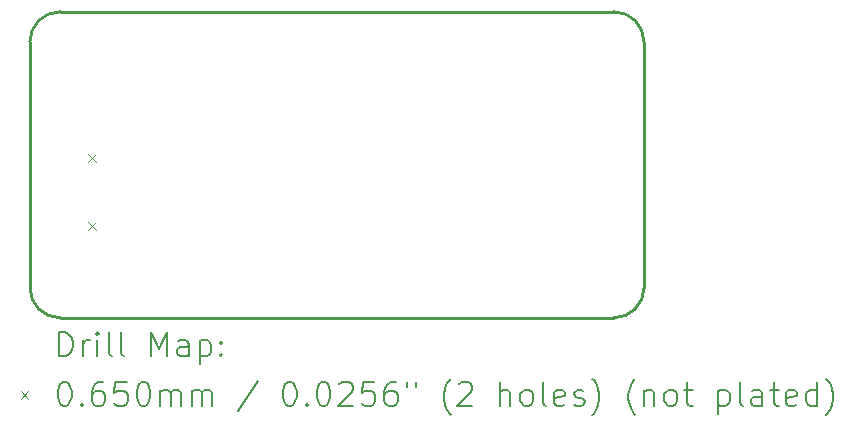
<source format=gbr>
%TF.GenerationSoftware,KiCad,Pcbnew,7.0.6-71-g49772d2539*%
%TF.CreationDate,2023-08-07T20:47:23-04:00*%
%TF.ProjectId,Free_PDK,46726565-5f50-4444-9b2e-6b696361645f,rev?*%
%TF.SameCoordinates,Original*%
%TF.FileFunction,Drillmap*%
%TF.FilePolarity,Positive*%
%FSLAX45Y45*%
G04 Gerber Fmt 4.5, Leading zero omitted, Abs format (unit mm)*
G04 Created by KiCad (PCBNEW 7.0.6-71-g49772d2539) date 2023-08-07 20:47:23*
%MOMM*%
%LPD*%
G01*
G04 APERTURE LIST*
%ADD10C,0.254000*%
%ADD11C,0.200000*%
%ADD12C,0.065000*%
G04 APERTURE END LIST*
D10*
X12476480Y-8432800D02*
X12476480Y-10515600D01*
X7531100Y-8178800D02*
X12222480Y-8178800D01*
X12222480Y-10769600D02*
X7531100Y-10769600D01*
X7277100Y-10515600D02*
G75*
G03*
X7531100Y-10769600I254000J0D01*
G01*
X7277100Y-10515600D02*
X7277100Y-8432800D01*
X12222480Y-10769600D02*
G75*
G03*
X12476480Y-10515600I0J254000D01*
G01*
X7531100Y-8178800D02*
G75*
G03*
X7277100Y-8432800I0J-254000D01*
G01*
X12476480Y-8432800D02*
G75*
G03*
X12222480Y-8178800I-254000J0D01*
G01*
D11*
D12*
X7772160Y-9381500D02*
X7837160Y-9446500D01*
X7837160Y-9381500D02*
X7772160Y-9446500D01*
X7772160Y-9959500D02*
X7837160Y-10024500D01*
X7837160Y-9959500D02*
X7772160Y-10024500D01*
D11*
X7525177Y-11093784D02*
X7525177Y-10893784D01*
X7525177Y-10893784D02*
X7572796Y-10893784D01*
X7572796Y-10893784D02*
X7601367Y-10903308D01*
X7601367Y-10903308D02*
X7620415Y-10922355D01*
X7620415Y-10922355D02*
X7629939Y-10941403D01*
X7629939Y-10941403D02*
X7639462Y-10979498D01*
X7639462Y-10979498D02*
X7639462Y-11008070D01*
X7639462Y-11008070D02*
X7629939Y-11046165D01*
X7629939Y-11046165D02*
X7620415Y-11065212D01*
X7620415Y-11065212D02*
X7601367Y-11084260D01*
X7601367Y-11084260D02*
X7572796Y-11093784D01*
X7572796Y-11093784D02*
X7525177Y-11093784D01*
X7725177Y-11093784D02*
X7725177Y-10960450D01*
X7725177Y-10998546D02*
X7734701Y-10979498D01*
X7734701Y-10979498D02*
X7744224Y-10969974D01*
X7744224Y-10969974D02*
X7763272Y-10960450D01*
X7763272Y-10960450D02*
X7782320Y-10960450D01*
X7848986Y-11093784D02*
X7848986Y-10960450D01*
X7848986Y-10893784D02*
X7839462Y-10903308D01*
X7839462Y-10903308D02*
X7848986Y-10912831D01*
X7848986Y-10912831D02*
X7858510Y-10903308D01*
X7858510Y-10903308D02*
X7848986Y-10893784D01*
X7848986Y-10893784D02*
X7848986Y-10912831D01*
X7972796Y-11093784D02*
X7953748Y-11084260D01*
X7953748Y-11084260D02*
X7944224Y-11065212D01*
X7944224Y-11065212D02*
X7944224Y-10893784D01*
X8077558Y-11093784D02*
X8058510Y-11084260D01*
X8058510Y-11084260D02*
X8048986Y-11065212D01*
X8048986Y-11065212D02*
X8048986Y-10893784D01*
X8306129Y-11093784D02*
X8306129Y-10893784D01*
X8306129Y-10893784D02*
X8372796Y-11036641D01*
X8372796Y-11036641D02*
X8439463Y-10893784D01*
X8439463Y-10893784D02*
X8439463Y-11093784D01*
X8620415Y-11093784D02*
X8620415Y-10989022D01*
X8620415Y-10989022D02*
X8610891Y-10969974D01*
X8610891Y-10969974D02*
X8591844Y-10960450D01*
X8591844Y-10960450D02*
X8553748Y-10960450D01*
X8553748Y-10960450D02*
X8534701Y-10969974D01*
X8620415Y-11084260D02*
X8601367Y-11093784D01*
X8601367Y-11093784D02*
X8553748Y-11093784D01*
X8553748Y-11093784D02*
X8534701Y-11084260D01*
X8534701Y-11084260D02*
X8525177Y-11065212D01*
X8525177Y-11065212D02*
X8525177Y-11046165D01*
X8525177Y-11046165D02*
X8534701Y-11027117D01*
X8534701Y-11027117D02*
X8553748Y-11017593D01*
X8553748Y-11017593D02*
X8601367Y-11017593D01*
X8601367Y-11017593D02*
X8620415Y-11008070D01*
X8715653Y-10960450D02*
X8715653Y-11160450D01*
X8715653Y-10969974D02*
X8734701Y-10960450D01*
X8734701Y-10960450D02*
X8772796Y-10960450D01*
X8772796Y-10960450D02*
X8791844Y-10969974D01*
X8791844Y-10969974D02*
X8801367Y-10979498D01*
X8801367Y-10979498D02*
X8810891Y-10998546D01*
X8810891Y-10998546D02*
X8810891Y-11055689D01*
X8810891Y-11055689D02*
X8801367Y-11074736D01*
X8801367Y-11074736D02*
X8791844Y-11084260D01*
X8791844Y-11084260D02*
X8772796Y-11093784D01*
X8772796Y-11093784D02*
X8734701Y-11093784D01*
X8734701Y-11093784D02*
X8715653Y-11084260D01*
X8896605Y-11074736D02*
X8906129Y-11084260D01*
X8906129Y-11084260D02*
X8896605Y-11093784D01*
X8896605Y-11093784D02*
X8887082Y-11084260D01*
X8887082Y-11084260D02*
X8896605Y-11074736D01*
X8896605Y-11074736D02*
X8896605Y-11093784D01*
X8896605Y-10969974D02*
X8906129Y-10979498D01*
X8906129Y-10979498D02*
X8896605Y-10989022D01*
X8896605Y-10989022D02*
X8887082Y-10979498D01*
X8887082Y-10979498D02*
X8896605Y-10969974D01*
X8896605Y-10969974D02*
X8896605Y-10989022D01*
D12*
X7199400Y-11389800D02*
X7264400Y-11454800D01*
X7264400Y-11389800D02*
X7199400Y-11454800D01*
D11*
X7563272Y-11313784D02*
X7582320Y-11313784D01*
X7582320Y-11313784D02*
X7601367Y-11323308D01*
X7601367Y-11323308D02*
X7610891Y-11332831D01*
X7610891Y-11332831D02*
X7620415Y-11351879D01*
X7620415Y-11351879D02*
X7629939Y-11389974D01*
X7629939Y-11389974D02*
X7629939Y-11437593D01*
X7629939Y-11437593D02*
X7620415Y-11475688D01*
X7620415Y-11475688D02*
X7610891Y-11494736D01*
X7610891Y-11494736D02*
X7601367Y-11504260D01*
X7601367Y-11504260D02*
X7582320Y-11513784D01*
X7582320Y-11513784D02*
X7563272Y-11513784D01*
X7563272Y-11513784D02*
X7544224Y-11504260D01*
X7544224Y-11504260D02*
X7534701Y-11494736D01*
X7534701Y-11494736D02*
X7525177Y-11475688D01*
X7525177Y-11475688D02*
X7515653Y-11437593D01*
X7515653Y-11437593D02*
X7515653Y-11389974D01*
X7515653Y-11389974D02*
X7525177Y-11351879D01*
X7525177Y-11351879D02*
X7534701Y-11332831D01*
X7534701Y-11332831D02*
X7544224Y-11323308D01*
X7544224Y-11323308D02*
X7563272Y-11313784D01*
X7715653Y-11494736D02*
X7725177Y-11504260D01*
X7725177Y-11504260D02*
X7715653Y-11513784D01*
X7715653Y-11513784D02*
X7706129Y-11504260D01*
X7706129Y-11504260D02*
X7715653Y-11494736D01*
X7715653Y-11494736D02*
X7715653Y-11513784D01*
X7896605Y-11313784D02*
X7858510Y-11313784D01*
X7858510Y-11313784D02*
X7839462Y-11323308D01*
X7839462Y-11323308D02*
X7829939Y-11332831D01*
X7829939Y-11332831D02*
X7810891Y-11361403D01*
X7810891Y-11361403D02*
X7801367Y-11399498D01*
X7801367Y-11399498D02*
X7801367Y-11475688D01*
X7801367Y-11475688D02*
X7810891Y-11494736D01*
X7810891Y-11494736D02*
X7820415Y-11504260D01*
X7820415Y-11504260D02*
X7839462Y-11513784D01*
X7839462Y-11513784D02*
X7877558Y-11513784D01*
X7877558Y-11513784D02*
X7896605Y-11504260D01*
X7896605Y-11504260D02*
X7906129Y-11494736D01*
X7906129Y-11494736D02*
X7915653Y-11475688D01*
X7915653Y-11475688D02*
X7915653Y-11428069D01*
X7915653Y-11428069D02*
X7906129Y-11409022D01*
X7906129Y-11409022D02*
X7896605Y-11399498D01*
X7896605Y-11399498D02*
X7877558Y-11389974D01*
X7877558Y-11389974D02*
X7839462Y-11389974D01*
X7839462Y-11389974D02*
X7820415Y-11399498D01*
X7820415Y-11399498D02*
X7810891Y-11409022D01*
X7810891Y-11409022D02*
X7801367Y-11428069D01*
X8096605Y-11313784D02*
X8001367Y-11313784D01*
X8001367Y-11313784D02*
X7991843Y-11409022D01*
X7991843Y-11409022D02*
X8001367Y-11399498D01*
X8001367Y-11399498D02*
X8020415Y-11389974D01*
X8020415Y-11389974D02*
X8068034Y-11389974D01*
X8068034Y-11389974D02*
X8087082Y-11399498D01*
X8087082Y-11399498D02*
X8096605Y-11409022D01*
X8096605Y-11409022D02*
X8106129Y-11428069D01*
X8106129Y-11428069D02*
X8106129Y-11475688D01*
X8106129Y-11475688D02*
X8096605Y-11494736D01*
X8096605Y-11494736D02*
X8087082Y-11504260D01*
X8087082Y-11504260D02*
X8068034Y-11513784D01*
X8068034Y-11513784D02*
X8020415Y-11513784D01*
X8020415Y-11513784D02*
X8001367Y-11504260D01*
X8001367Y-11504260D02*
X7991843Y-11494736D01*
X8229939Y-11313784D02*
X8248986Y-11313784D01*
X8248986Y-11313784D02*
X8268034Y-11323308D01*
X8268034Y-11323308D02*
X8277558Y-11332831D01*
X8277558Y-11332831D02*
X8287082Y-11351879D01*
X8287082Y-11351879D02*
X8296605Y-11389974D01*
X8296605Y-11389974D02*
X8296605Y-11437593D01*
X8296605Y-11437593D02*
X8287082Y-11475688D01*
X8287082Y-11475688D02*
X8277558Y-11494736D01*
X8277558Y-11494736D02*
X8268034Y-11504260D01*
X8268034Y-11504260D02*
X8248986Y-11513784D01*
X8248986Y-11513784D02*
X8229939Y-11513784D01*
X8229939Y-11513784D02*
X8210891Y-11504260D01*
X8210891Y-11504260D02*
X8201367Y-11494736D01*
X8201367Y-11494736D02*
X8191843Y-11475688D01*
X8191843Y-11475688D02*
X8182320Y-11437593D01*
X8182320Y-11437593D02*
X8182320Y-11389974D01*
X8182320Y-11389974D02*
X8191843Y-11351879D01*
X8191843Y-11351879D02*
X8201367Y-11332831D01*
X8201367Y-11332831D02*
X8210891Y-11323308D01*
X8210891Y-11323308D02*
X8229939Y-11313784D01*
X8382320Y-11513784D02*
X8382320Y-11380450D01*
X8382320Y-11399498D02*
X8391844Y-11389974D01*
X8391844Y-11389974D02*
X8410891Y-11380450D01*
X8410891Y-11380450D02*
X8439463Y-11380450D01*
X8439463Y-11380450D02*
X8458510Y-11389974D01*
X8458510Y-11389974D02*
X8468034Y-11409022D01*
X8468034Y-11409022D02*
X8468034Y-11513784D01*
X8468034Y-11409022D02*
X8477558Y-11389974D01*
X8477558Y-11389974D02*
X8496605Y-11380450D01*
X8496605Y-11380450D02*
X8525177Y-11380450D01*
X8525177Y-11380450D02*
X8544225Y-11389974D01*
X8544225Y-11389974D02*
X8553748Y-11409022D01*
X8553748Y-11409022D02*
X8553748Y-11513784D01*
X8648986Y-11513784D02*
X8648986Y-11380450D01*
X8648986Y-11399498D02*
X8658510Y-11389974D01*
X8658510Y-11389974D02*
X8677558Y-11380450D01*
X8677558Y-11380450D02*
X8706129Y-11380450D01*
X8706129Y-11380450D02*
X8725177Y-11389974D01*
X8725177Y-11389974D02*
X8734701Y-11409022D01*
X8734701Y-11409022D02*
X8734701Y-11513784D01*
X8734701Y-11409022D02*
X8744225Y-11389974D01*
X8744225Y-11389974D02*
X8763272Y-11380450D01*
X8763272Y-11380450D02*
X8791844Y-11380450D01*
X8791844Y-11380450D02*
X8810891Y-11389974D01*
X8810891Y-11389974D02*
X8820415Y-11409022D01*
X8820415Y-11409022D02*
X8820415Y-11513784D01*
X9210891Y-11304260D02*
X9039463Y-11561403D01*
X9468034Y-11313784D02*
X9487082Y-11313784D01*
X9487082Y-11313784D02*
X9506129Y-11323308D01*
X9506129Y-11323308D02*
X9515653Y-11332831D01*
X9515653Y-11332831D02*
X9525177Y-11351879D01*
X9525177Y-11351879D02*
X9534701Y-11389974D01*
X9534701Y-11389974D02*
X9534701Y-11437593D01*
X9534701Y-11437593D02*
X9525177Y-11475688D01*
X9525177Y-11475688D02*
X9515653Y-11494736D01*
X9515653Y-11494736D02*
X9506129Y-11504260D01*
X9506129Y-11504260D02*
X9487082Y-11513784D01*
X9487082Y-11513784D02*
X9468034Y-11513784D01*
X9468034Y-11513784D02*
X9448987Y-11504260D01*
X9448987Y-11504260D02*
X9439463Y-11494736D01*
X9439463Y-11494736D02*
X9429939Y-11475688D01*
X9429939Y-11475688D02*
X9420415Y-11437593D01*
X9420415Y-11437593D02*
X9420415Y-11389974D01*
X9420415Y-11389974D02*
X9429939Y-11351879D01*
X9429939Y-11351879D02*
X9439463Y-11332831D01*
X9439463Y-11332831D02*
X9448987Y-11323308D01*
X9448987Y-11323308D02*
X9468034Y-11313784D01*
X9620415Y-11494736D02*
X9629939Y-11504260D01*
X9629939Y-11504260D02*
X9620415Y-11513784D01*
X9620415Y-11513784D02*
X9610891Y-11504260D01*
X9610891Y-11504260D02*
X9620415Y-11494736D01*
X9620415Y-11494736D02*
X9620415Y-11513784D01*
X9753748Y-11313784D02*
X9772796Y-11313784D01*
X9772796Y-11313784D02*
X9791844Y-11323308D01*
X9791844Y-11323308D02*
X9801368Y-11332831D01*
X9801368Y-11332831D02*
X9810891Y-11351879D01*
X9810891Y-11351879D02*
X9820415Y-11389974D01*
X9820415Y-11389974D02*
X9820415Y-11437593D01*
X9820415Y-11437593D02*
X9810891Y-11475688D01*
X9810891Y-11475688D02*
X9801368Y-11494736D01*
X9801368Y-11494736D02*
X9791844Y-11504260D01*
X9791844Y-11504260D02*
X9772796Y-11513784D01*
X9772796Y-11513784D02*
X9753748Y-11513784D01*
X9753748Y-11513784D02*
X9734701Y-11504260D01*
X9734701Y-11504260D02*
X9725177Y-11494736D01*
X9725177Y-11494736D02*
X9715653Y-11475688D01*
X9715653Y-11475688D02*
X9706129Y-11437593D01*
X9706129Y-11437593D02*
X9706129Y-11389974D01*
X9706129Y-11389974D02*
X9715653Y-11351879D01*
X9715653Y-11351879D02*
X9725177Y-11332831D01*
X9725177Y-11332831D02*
X9734701Y-11323308D01*
X9734701Y-11323308D02*
X9753748Y-11313784D01*
X9896606Y-11332831D02*
X9906129Y-11323308D01*
X9906129Y-11323308D02*
X9925177Y-11313784D01*
X9925177Y-11313784D02*
X9972796Y-11313784D01*
X9972796Y-11313784D02*
X9991844Y-11323308D01*
X9991844Y-11323308D02*
X10001368Y-11332831D01*
X10001368Y-11332831D02*
X10010891Y-11351879D01*
X10010891Y-11351879D02*
X10010891Y-11370927D01*
X10010891Y-11370927D02*
X10001368Y-11399498D01*
X10001368Y-11399498D02*
X9887082Y-11513784D01*
X9887082Y-11513784D02*
X10010891Y-11513784D01*
X10191844Y-11313784D02*
X10096606Y-11313784D01*
X10096606Y-11313784D02*
X10087082Y-11409022D01*
X10087082Y-11409022D02*
X10096606Y-11399498D01*
X10096606Y-11399498D02*
X10115653Y-11389974D01*
X10115653Y-11389974D02*
X10163272Y-11389974D01*
X10163272Y-11389974D02*
X10182320Y-11399498D01*
X10182320Y-11399498D02*
X10191844Y-11409022D01*
X10191844Y-11409022D02*
X10201368Y-11428069D01*
X10201368Y-11428069D02*
X10201368Y-11475688D01*
X10201368Y-11475688D02*
X10191844Y-11494736D01*
X10191844Y-11494736D02*
X10182320Y-11504260D01*
X10182320Y-11504260D02*
X10163272Y-11513784D01*
X10163272Y-11513784D02*
X10115653Y-11513784D01*
X10115653Y-11513784D02*
X10096606Y-11504260D01*
X10096606Y-11504260D02*
X10087082Y-11494736D01*
X10372796Y-11313784D02*
X10334701Y-11313784D01*
X10334701Y-11313784D02*
X10315653Y-11323308D01*
X10315653Y-11323308D02*
X10306129Y-11332831D01*
X10306129Y-11332831D02*
X10287082Y-11361403D01*
X10287082Y-11361403D02*
X10277558Y-11399498D01*
X10277558Y-11399498D02*
X10277558Y-11475688D01*
X10277558Y-11475688D02*
X10287082Y-11494736D01*
X10287082Y-11494736D02*
X10296606Y-11504260D01*
X10296606Y-11504260D02*
X10315653Y-11513784D01*
X10315653Y-11513784D02*
X10353749Y-11513784D01*
X10353749Y-11513784D02*
X10372796Y-11504260D01*
X10372796Y-11504260D02*
X10382320Y-11494736D01*
X10382320Y-11494736D02*
X10391844Y-11475688D01*
X10391844Y-11475688D02*
X10391844Y-11428069D01*
X10391844Y-11428069D02*
X10382320Y-11409022D01*
X10382320Y-11409022D02*
X10372796Y-11399498D01*
X10372796Y-11399498D02*
X10353749Y-11389974D01*
X10353749Y-11389974D02*
X10315653Y-11389974D01*
X10315653Y-11389974D02*
X10296606Y-11399498D01*
X10296606Y-11399498D02*
X10287082Y-11409022D01*
X10287082Y-11409022D02*
X10277558Y-11428069D01*
X10468034Y-11313784D02*
X10468034Y-11351879D01*
X10544225Y-11313784D02*
X10544225Y-11351879D01*
X10839463Y-11589974D02*
X10829939Y-11580450D01*
X10829939Y-11580450D02*
X10810891Y-11551879D01*
X10810891Y-11551879D02*
X10801368Y-11532831D01*
X10801368Y-11532831D02*
X10791844Y-11504260D01*
X10791844Y-11504260D02*
X10782320Y-11456641D01*
X10782320Y-11456641D02*
X10782320Y-11418546D01*
X10782320Y-11418546D02*
X10791844Y-11370927D01*
X10791844Y-11370927D02*
X10801368Y-11342355D01*
X10801368Y-11342355D02*
X10810891Y-11323308D01*
X10810891Y-11323308D02*
X10829939Y-11294736D01*
X10829939Y-11294736D02*
X10839463Y-11285212D01*
X10906130Y-11332831D02*
X10915653Y-11323308D01*
X10915653Y-11323308D02*
X10934701Y-11313784D01*
X10934701Y-11313784D02*
X10982320Y-11313784D01*
X10982320Y-11313784D02*
X11001368Y-11323308D01*
X11001368Y-11323308D02*
X11010891Y-11332831D01*
X11010891Y-11332831D02*
X11020415Y-11351879D01*
X11020415Y-11351879D02*
X11020415Y-11370927D01*
X11020415Y-11370927D02*
X11010891Y-11399498D01*
X11010891Y-11399498D02*
X10896606Y-11513784D01*
X10896606Y-11513784D02*
X11020415Y-11513784D01*
X11258510Y-11513784D02*
X11258510Y-11313784D01*
X11344225Y-11513784D02*
X11344225Y-11409022D01*
X11344225Y-11409022D02*
X11334701Y-11389974D01*
X11334701Y-11389974D02*
X11315653Y-11380450D01*
X11315653Y-11380450D02*
X11287082Y-11380450D01*
X11287082Y-11380450D02*
X11268034Y-11389974D01*
X11268034Y-11389974D02*
X11258510Y-11399498D01*
X11468034Y-11513784D02*
X11448987Y-11504260D01*
X11448987Y-11504260D02*
X11439463Y-11494736D01*
X11439463Y-11494736D02*
X11429939Y-11475688D01*
X11429939Y-11475688D02*
X11429939Y-11418546D01*
X11429939Y-11418546D02*
X11439463Y-11399498D01*
X11439463Y-11399498D02*
X11448987Y-11389974D01*
X11448987Y-11389974D02*
X11468034Y-11380450D01*
X11468034Y-11380450D02*
X11496606Y-11380450D01*
X11496606Y-11380450D02*
X11515653Y-11389974D01*
X11515653Y-11389974D02*
X11525177Y-11399498D01*
X11525177Y-11399498D02*
X11534701Y-11418546D01*
X11534701Y-11418546D02*
X11534701Y-11475688D01*
X11534701Y-11475688D02*
X11525177Y-11494736D01*
X11525177Y-11494736D02*
X11515653Y-11504260D01*
X11515653Y-11504260D02*
X11496606Y-11513784D01*
X11496606Y-11513784D02*
X11468034Y-11513784D01*
X11648987Y-11513784D02*
X11629939Y-11504260D01*
X11629939Y-11504260D02*
X11620415Y-11485212D01*
X11620415Y-11485212D02*
X11620415Y-11313784D01*
X11801368Y-11504260D02*
X11782320Y-11513784D01*
X11782320Y-11513784D02*
X11744225Y-11513784D01*
X11744225Y-11513784D02*
X11725177Y-11504260D01*
X11725177Y-11504260D02*
X11715653Y-11485212D01*
X11715653Y-11485212D02*
X11715653Y-11409022D01*
X11715653Y-11409022D02*
X11725177Y-11389974D01*
X11725177Y-11389974D02*
X11744225Y-11380450D01*
X11744225Y-11380450D02*
X11782320Y-11380450D01*
X11782320Y-11380450D02*
X11801368Y-11389974D01*
X11801368Y-11389974D02*
X11810891Y-11409022D01*
X11810891Y-11409022D02*
X11810891Y-11428069D01*
X11810891Y-11428069D02*
X11715653Y-11447117D01*
X11887082Y-11504260D02*
X11906130Y-11513784D01*
X11906130Y-11513784D02*
X11944225Y-11513784D01*
X11944225Y-11513784D02*
X11963272Y-11504260D01*
X11963272Y-11504260D02*
X11972796Y-11485212D01*
X11972796Y-11485212D02*
X11972796Y-11475688D01*
X11972796Y-11475688D02*
X11963272Y-11456641D01*
X11963272Y-11456641D02*
X11944225Y-11447117D01*
X11944225Y-11447117D02*
X11915653Y-11447117D01*
X11915653Y-11447117D02*
X11896606Y-11437593D01*
X11896606Y-11437593D02*
X11887082Y-11418546D01*
X11887082Y-11418546D02*
X11887082Y-11409022D01*
X11887082Y-11409022D02*
X11896606Y-11389974D01*
X11896606Y-11389974D02*
X11915653Y-11380450D01*
X11915653Y-11380450D02*
X11944225Y-11380450D01*
X11944225Y-11380450D02*
X11963272Y-11389974D01*
X12039463Y-11589974D02*
X12048987Y-11580450D01*
X12048987Y-11580450D02*
X12068034Y-11551879D01*
X12068034Y-11551879D02*
X12077558Y-11532831D01*
X12077558Y-11532831D02*
X12087082Y-11504260D01*
X12087082Y-11504260D02*
X12096606Y-11456641D01*
X12096606Y-11456641D02*
X12096606Y-11418546D01*
X12096606Y-11418546D02*
X12087082Y-11370927D01*
X12087082Y-11370927D02*
X12077558Y-11342355D01*
X12077558Y-11342355D02*
X12068034Y-11323308D01*
X12068034Y-11323308D02*
X12048987Y-11294736D01*
X12048987Y-11294736D02*
X12039463Y-11285212D01*
X12401368Y-11589974D02*
X12391844Y-11580450D01*
X12391844Y-11580450D02*
X12372796Y-11551879D01*
X12372796Y-11551879D02*
X12363272Y-11532831D01*
X12363272Y-11532831D02*
X12353749Y-11504260D01*
X12353749Y-11504260D02*
X12344225Y-11456641D01*
X12344225Y-11456641D02*
X12344225Y-11418546D01*
X12344225Y-11418546D02*
X12353749Y-11370927D01*
X12353749Y-11370927D02*
X12363272Y-11342355D01*
X12363272Y-11342355D02*
X12372796Y-11323308D01*
X12372796Y-11323308D02*
X12391844Y-11294736D01*
X12391844Y-11294736D02*
X12401368Y-11285212D01*
X12477558Y-11380450D02*
X12477558Y-11513784D01*
X12477558Y-11399498D02*
X12487082Y-11389974D01*
X12487082Y-11389974D02*
X12506130Y-11380450D01*
X12506130Y-11380450D02*
X12534701Y-11380450D01*
X12534701Y-11380450D02*
X12553749Y-11389974D01*
X12553749Y-11389974D02*
X12563272Y-11409022D01*
X12563272Y-11409022D02*
X12563272Y-11513784D01*
X12687082Y-11513784D02*
X12668034Y-11504260D01*
X12668034Y-11504260D02*
X12658511Y-11494736D01*
X12658511Y-11494736D02*
X12648987Y-11475688D01*
X12648987Y-11475688D02*
X12648987Y-11418546D01*
X12648987Y-11418546D02*
X12658511Y-11399498D01*
X12658511Y-11399498D02*
X12668034Y-11389974D01*
X12668034Y-11389974D02*
X12687082Y-11380450D01*
X12687082Y-11380450D02*
X12715653Y-11380450D01*
X12715653Y-11380450D02*
X12734701Y-11389974D01*
X12734701Y-11389974D02*
X12744225Y-11399498D01*
X12744225Y-11399498D02*
X12753749Y-11418546D01*
X12753749Y-11418546D02*
X12753749Y-11475688D01*
X12753749Y-11475688D02*
X12744225Y-11494736D01*
X12744225Y-11494736D02*
X12734701Y-11504260D01*
X12734701Y-11504260D02*
X12715653Y-11513784D01*
X12715653Y-11513784D02*
X12687082Y-11513784D01*
X12810892Y-11380450D02*
X12887082Y-11380450D01*
X12839463Y-11313784D02*
X12839463Y-11485212D01*
X12839463Y-11485212D02*
X12848987Y-11504260D01*
X12848987Y-11504260D02*
X12868034Y-11513784D01*
X12868034Y-11513784D02*
X12887082Y-11513784D01*
X13106130Y-11380450D02*
X13106130Y-11580450D01*
X13106130Y-11389974D02*
X13125177Y-11380450D01*
X13125177Y-11380450D02*
X13163273Y-11380450D01*
X13163273Y-11380450D02*
X13182320Y-11389974D01*
X13182320Y-11389974D02*
X13191844Y-11399498D01*
X13191844Y-11399498D02*
X13201368Y-11418546D01*
X13201368Y-11418546D02*
X13201368Y-11475688D01*
X13201368Y-11475688D02*
X13191844Y-11494736D01*
X13191844Y-11494736D02*
X13182320Y-11504260D01*
X13182320Y-11504260D02*
X13163273Y-11513784D01*
X13163273Y-11513784D02*
X13125177Y-11513784D01*
X13125177Y-11513784D02*
X13106130Y-11504260D01*
X13315653Y-11513784D02*
X13296606Y-11504260D01*
X13296606Y-11504260D02*
X13287082Y-11485212D01*
X13287082Y-11485212D02*
X13287082Y-11313784D01*
X13477558Y-11513784D02*
X13477558Y-11409022D01*
X13477558Y-11409022D02*
X13468034Y-11389974D01*
X13468034Y-11389974D02*
X13448987Y-11380450D01*
X13448987Y-11380450D02*
X13410892Y-11380450D01*
X13410892Y-11380450D02*
X13391844Y-11389974D01*
X13477558Y-11504260D02*
X13458511Y-11513784D01*
X13458511Y-11513784D02*
X13410892Y-11513784D01*
X13410892Y-11513784D02*
X13391844Y-11504260D01*
X13391844Y-11504260D02*
X13382320Y-11485212D01*
X13382320Y-11485212D02*
X13382320Y-11466165D01*
X13382320Y-11466165D02*
X13391844Y-11447117D01*
X13391844Y-11447117D02*
X13410892Y-11437593D01*
X13410892Y-11437593D02*
X13458511Y-11437593D01*
X13458511Y-11437593D02*
X13477558Y-11428069D01*
X13544225Y-11380450D02*
X13620415Y-11380450D01*
X13572796Y-11313784D02*
X13572796Y-11485212D01*
X13572796Y-11485212D02*
X13582320Y-11504260D01*
X13582320Y-11504260D02*
X13601368Y-11513784D01*
X13601368Y-11513784D02*
X13620415Y-11513784D01*
X13763273Y-11504260D02*
X13744225Y-11513784D01*
X13744225Y-11513784D02*
X13706130Y-11513784D01*
X13706130Y-11513784D02*
X13687082Y-11504260D01*
X13687082Y-11504260D02*
X13677558Y-11485212D01*
X13677558Y-11485212D02*
X13677558Y-11409022D01*
X13677558Y-11409022D02*
X13687082Y-11389974D01*
X13687082Y-11389974D02*
X13706130Y-11380450D01*
X13706130Y-11380450D02*
X13744225Y-11380450D01*
X13744225Y-11380450D02*
X13763273Y-11389974D01*
X13763273Y-11389974D02*
X13772796Y-11409022D01*
X13772796Y-11409022D02*
X13772796Y-11428069D01*
X13772796Y-11428069D02*
X13677558Y-11447117D01*
X13944225Y-11513784D02*
X13944225Y-11313784D01*
X13944225Y-11504260D02*
X13925177Y-11513784D01*
X13925177Y-11513784D02*
X13887082Y-11513784D01*
X13887082Y-11513784D02*
X13868034Y-11504260D01*
X13868034Y-11504260D02*
X13858511Y-11494736D01*
X13858511Y-11494736D02*
X13848987Y-11475688D01*
X13848987Y-11475688D02*
X13848987Y-11418546D01*
X13848987Y-11418546D02*
X13858511Y-11399498D01*
X13858511Y-11399498D02*
X13868034Y-11389974D01*
X13868034Y-11389974D02*
X13887082Y-11380450D01*
X13887082Y-11380450D02*
X13925177Y-11380450D01*
X13925177Y-11380450D02*
X13944225Y-11389974D01*
X14020415Y-11589974D02*
X14029939Y-11580450D01*
X14029939Y-11580450D02*
X14048987Y-11551879D01*
X14048987Y-11551879D02*
X14058511Y-11532831D01*
X14058511Y-11532831D02*
X14068034Y-11504260D01*
X14068034Y-11504260D02*
X14077558Y-11456641D01*
X14077558Y-11456641D02*
X14077558Y-11418546D01*
X14077558Y-11418546D02*
X14068034Y-11370927D01*
X14068034Y-11370927D02*
X14058511Y-11342355D01*
X14058511Y-11342355D02*
X14048987Y-11323308D01*
X14048987Y-11323308D02*
X14029939Y-11294736D01*
X14029939Y-11294736D02*
X14020415Y-11285212D01*
M02*

</source>
